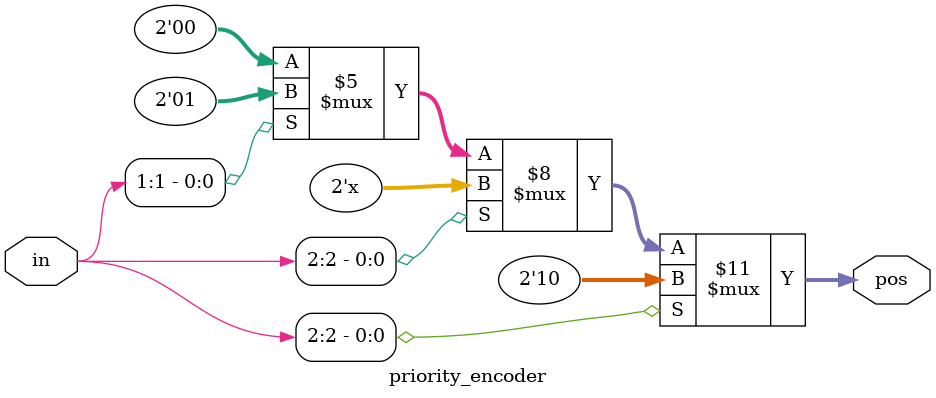
<source format=v>
module priority_encoder( 
input [2:0] in,
output reg [1:0] pos ); 
// When sel=1, assign b to out
// When sel=0, and b!=0, output negative of b
always @(*)
begin
	pos = 0;
	if(in[2]==1'b1)
	 pos = 2;	 
	else if(in[1]==1'b1)
	 pos = 1;
	else 
	pos =0;
end
endmodule

</source>
